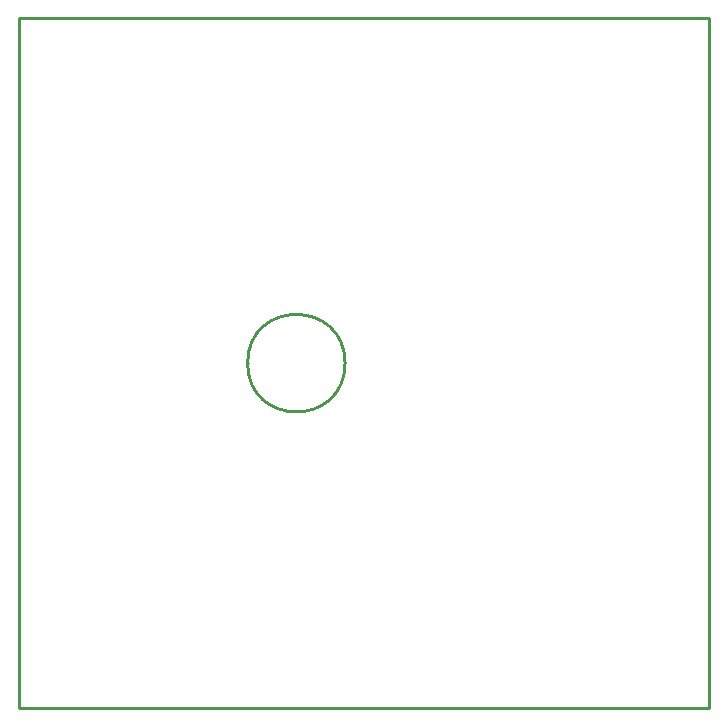
<source format=gko>
G04 Layer: BoardOutlineLayer*
G04 EasyEDA v6.5.34, 2023-08-21 18:11:39*
G04 2627495fbc544a30b07f086ad93dee0d,5a6b42c53f6a479593ecc07194224c93,10*
G04 Gerber Generator version 0.2*
G04 Scale: 100 percent, Rotated: No, Reflected: No *
G04 Dimensions in millimeters *
G04 leading zeros omitted , absolute positions ,4 integer and 5 decimal *
%FSLAX45Y45*%
%MOMM*%

%ADD10C,0.2540*%
D10*
X-2362207Y2871005D02*
G01*
X3479792Y2871005D01*
X3479792Y-2970994D01*
X-2362207Y-2970491D01*
X-2362207Y2871005D01*
G75*
G01*
X-425412Y-50002D02*
G02*
X399987Y-50002I412699J0D01*
G75*
G01*
X399987Y-50002D02*
G02*
X-425412Y-50002I-412700J0D01*
X-425411Y-50002D02*
G01*
X-425411Y-50002D01*

%LPD*%
M02*

</source>
